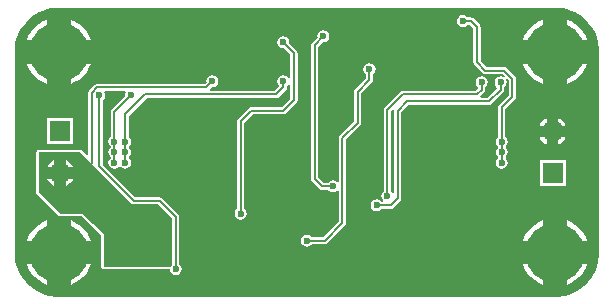
<source format=gbl>
G04*
G04 #@! TF.GenerationSoftware,Altium Limited,Altium Designer,19.1.6 (110)*
G04*
G04 Layer_Physical_Order=2*
G04 Layer_Color=16711680*
%FSLAX43Y43*%
%MOMM*%
G71*
G01*
G75*
%ADD11C,0.200*%
%ADD52C,1.800*%
%ADD53R,1.800X1.800*%
%ADD54C,5.000*%
%ADD55C,0.600*%
G36*
X46732Y24681D02*
X47206Y24554D01*
X47660Y24366D01*
X48085Y24121D01*
X48475Y23822D01*
X48822Y23475D01*
X49121Y23085D01*
X49366Y22660D01*
X49554Y22206D01*
X49681Y21732D01*
X49745Y21245D01*
Y21000D01*
Y4000D01*
Y3755D01*
X49681Y3268D01*
X49554Y2794D01*
X49366Y2340D01*
X49121Y1915D01*
X48822Y1525D01*
X48475Y1178D01*
X48085Y879D01*
X47660Y634D01*
X47206Y446D01*
X46732Y319D01*
X46245Y255D01*
X3755D01*
X3268Y319D01*
X2794Y446D01*
X2340Y634D01*
X1915Y879D01*
X1525Y1178D01*
X1178Y1525D01*
X879Y1915D01*
X634Y2340D01*
X446Y2794D01*
X319Y3268D01*
X255Y3755D01*
Y4000D01*
Y21000D01*
Y21245D01*
X319Y21732D01*
X446Y22206D01*
X634Y22660D01*
X879Y23085D01*
X1178Y23475D01*
X1525Y23822D01*
X1915Y24121D01*
X2340Y24366D01*
X2794Y24554D01*
X3268Y24681D01*
X3755Y24745D01*
X46245D01*
X46732Y24681D01*
D02*
G37*
%LPC*%
G36*
X47000Y23725D02*
Y22000D01*
X48725D01*
X48592Y22321D01*
X48353Y22710D01*
X48057Y23057D01*
X47710Y23353D01*
X47321Y23592D01*
X47000Y23725D01*
D02*
G37*
G36*
X45000D02*
X44679Y23592D01*
X44290Y23353D01*
X43943Y23057D01*
X43647Y22710D01*
X43408Y22321D01*
X43275Y22000D01*
X45000D01*
Y23725D01*
D02*
G37*
G36*
X5000D02*
Y22000D01*
X6725D01*
X6592Y22321D01*
X6353Y22710D01*
X6057Y23057D01*
X5710Y23353D01*
X5321Y23592D01*
X5000Y23725D01*
D02*
G37*
G36*
X3000D02*
X2679Y23592D01*
X2290Y23353D01*
X1943Y23057D01*
X1647Y22710D01*
X1408Y22321D01*
X1275Y22000D01*
X3000D01*
Y23725D01*
D02*
G37*
G36*
X26400Y22810D02*
X26205Y22771D01*
X26040Y22660D01*
X25929Y22495D01*
X25890Y22300D01*
X25903Y22236D01*
X25434Y21766D01*
X25367Y21667D01*
X25344Y21550D01*
X25344Y21550D01*
Y10250D01*
X25344Y10250D01*
X25367Y10133D01*
X25434Y10034D01*
X26084Y9384D01*
X26183Y9317D01*
X26300Y9294D01*
X26300Y9294D01*
X26803D01*
X26840Y9240D01*
X27005Y9129D01*
X27200Y9090D01*
X27395Y9129D01*
X27560Y9240D01*
X27567Y9249D01*
X27694Y9211D01*
Y6627D01*
X26373Y5306D01*
X25397D01*
X25360Y5360D01*
X25195Y5471D01*
X25000Y5510D01*
X24805Y5471D01*
X24640Y5360D01*
X24529Y5195D01*
X24490Y5000D01*
X24529Y4805D01*
X24640Y4640D01*
X24805Y4529D01*
X25000Y4490D01*
X25195Y4529D01*
X25360Y4640D01*
X25397Y4694D01*
X26500D01*
X26500Y4694D01*
X26617Y4717D01*
X26716Y4784D01*
X28216Y6284D01*
X28216Y6284D01*
X28283Y6383D01*
X28306Y6500D01*
Y13573D01*
X29516Y14784D01*
X29583Y14883D01*
X29606Y15000D01*
Y17473D01*
X30516Y18384D01*
X30516Y18384D01*
X30583Y18483D01*
X30606Y18600D01*
Y19103D01*
X30660Y19140D01*
X30771Y19305D01*
X30810Y19500D01*
X30771Y19695D01*
X30660Y19860D01*
X30495Y19971D01*
X30300Y20010D01*
X30105Y19971D01*
X29940Y19860D01*
X29829Y19695D01*
X29790Y19500D01*
X29829Y19305D01*
X29940Y19140D01*
X29994Y19103D01*
Y18727D01*
X29084Y17816D01*
X29017Y17717D01*
X28994Y17600D01*
X28994Y17600D01*
Y15127D01*
X27784Y13916D01*
X27717Y13817D01*
X27694Y13700D01*
X27694Y13700D01*
Y9989D01*
X27567Y9951D01*
X27560Y9960D01*
X27395Y10071D01*
X27200Y10110D01*
X27005Y10071D01*
X26840Y9960D01*
X26803Y9906D01*
X26427D01*
X25956Y10377D01*
Y21423D01*
X26336Y21803D01*
X26400Y21790D01*
X26595Y21829D01*
X26760Y21940D01*
X26871Y22105D01*
X26910Y22300D01*
X26871Y22495D01*
X26760Y22660D01*
X26595Y22771D01*
X26400Y22810D01*
D02*
G37*
G36*
X38200Y24110D02*
X38005Y24071D01*
X37840Y23960D01*
X37729Y23795D01*
X37690Y23600D01*
X37729Y23405D01*
X37840Y23240D01*
X38005Y23129D01*
X38200Y23090D01*
X38395Y23129D01*
X38560Y23240D01*
X38597Y23294D01*
X38773D01*
X39094Y22973D01*
Y20100D01*
X39094Y20100D01*
X39117Y19983D01*
X39184Y19884D01*
X39884Y19184D01*
X39884Y19184D01*
X39983Y19117D01*
X40100Y19094D01*
X40100Y19094D01*
X41573D01*
X41742Y18926D01*
X41661Y18827D01*
X41595Y18871D01*
X41400Y18910D01*
X41205Y18871D01*
X41040Y18760D01*
X40929Y18595D01*
X40890Y18400D01*
X40929Y18205D01*
X41040Y18040D01*
X41047Y18034D01*
X41058Y17891D01*
X40273Y17106D01*
X39718D01*
X39665Y17233D01*
X40016Y17584D01*
X40016Y17584D01*
X40083Y17683D01*
X40106Y17800D01*
Y18003D01*
X40160Y18040D01*
X40271Y18205D01*
X40310Y18400D01*
X40271Y18595D01*
X40160Y18760D01*
X39995Y18871D01*
X39800Y18910D01*
X39605Y18871D01*
X39440Y18760D01*
X39329Y18595D01*
X39290Y18400D01*
X39329Y18205D01*
X39440Y18040D01*
X39447Y18034D01*
X39458Y17891D01*
X39273Y17706D01*
X33100D01*
X32983Y17683D01*
X32884Y17616D01*
X31584Y16316D01*
X31517Y16217D01*
X31494Y16100D01*
X31494Y16100D01*
Y9197D01*
X31440Y9160D01*
X31329Y8995D01*
X31290Y8800D01*
X31329Y8605D01*
X31440Y8440D01*
X31449Y8433D01*
X31414Y8317D01*
X31292Y8313D01*
X31260Y8360D01*
X31095Y8471D01*
X30900Y8510D01*
X30705Y8471D01*
X30540Y8360D01*
X30429Y8195D01*
X30390Y8000D01*
X30429Y7805D01*
X30540Y7640D01*
X30705Y7529D01*
X30900Y7490D01*
X31095Y7529D01*
X31260Y7640D01*
X31297Y7694D01*
X32100D01*
X32100Y7694D01*
X32217Y7717D01*
X32316Y7784D01*
X32916Y8384D01*
X32983Y8483D01*
X33006Y8600D01*
X33006Y8600D01*
Y15873D01*
X33627Y16494D01*
X40400D01*
X40400Y16494D01*
X40517Y16517D01*
X40616Y16584D01*
X41616Y17584D01*
X41616Y17584D01*
X41683Y17683D01*
X41706Y17800D01*
Y18003D01*
X41760Y18040D01*
X41871Y18205D01*
X41910Y18400D01*
X41871Y18595D01*
X41827Y18661D01*
X41926Y18742D01*
X42094Y18573D01*
Y17327D01*
X41284Y16516D01*
X41217Y16417D01*
X41194Y16300D01*
X41194Y16300D01*
Y13797D01*
X41140Y13760D01*
X41029Y13595D01*
X40990Y13400D01*
X41029Y13205D01*
X41140Y13040D01*
X41178Y13013D01*
Y12887D01*
X41140Y12860D01*
X41029Y12695D01*
X40990Y12500D01*
X41029Y12305D01*
X41140Y12140D01*
X41178Y12113D01*
Y11987D01*
X41140Y11960D01*
X41029Y11795D01*
X40990Y11600D01*
X41029Y11405D01*
X41140Y11240D01*
X41305Y11129D01*
X41500Y11090D01*
X41695Y11129D01*
X41860Y11240D01*
X41971Y11405D01*
X42010Y11600D01*
X41971Y11795D01*
X41860Y11960D01*
X41822Y11987D01*
Y12113D01*
X41860Y12140D01*
X41971Y12305D01*
X42010Y12500D01*
X41971Y12695D01*
X41860Y12860D01*
X41822Y12887D01*
Y13013D01*
X41860Y13040D01*
X41971Y13205D01*
X42010Y13400D01*
X41971Y13595D01*
X41860Y13760D01*
X41806Y13797D01*
Y16173D01*
X42616Y16984D01*
X42616Y16984D01*
X42683Y17083D01*
X42706Y17200D01*
Y18700D01*
X42683Y18817D01*
X42616Y18916D01*
X41916Y19616D01*
X41817Y19683D01*
X41700Y19706D01*
X41700Y19706D01*
X40227D01*
X39706Y20227D01*
Y23100D01*
X39683Y23217D01*
X39616Y23316D01*
X39616Y23316D01*
X39116Y23816D01*
X39017Y23883D01*
X38900Y23906D01*
X38900Y23906D01*
X38597D01*
X38560Y23960D01*
X38395Y24071D01*
X38200Y24110D01*
D02*
G37*
G36*
X23000Y22310D02*
X22805Y22271D01*
X22640Y22160D01*
X22529Y21995D01*
X22490Y21800D01*
X22529Y21605D01*
X22640Y21440D01*
X22805Y21329D01*
X23000Y21290D01*
X23064Y21303D01*
X23594Y20773D01*
Y18742D01*
X23477Y18699D01*
X23467Y18701D01*
X23360Y18860D01*
X23195Y18971D01*
X23000Y19010D01*
X22805Y18971D01*
X22640Y18860D01*
X22529Y18695D01*
X22490Y18500D01*
X22529Y18305D01*
X22640Y18140D01*
X22646Y18078D01*
X22273Y17706D01*
X16818D01*
X16765Y17833D01*
X16936Y18003D01*
X17000Y17990D01*
X17195Y18029D01*
X17360Y18140D01*
X17471Y18305D01*
X17510Y18500D01*
X17471Y18695D01*
X17360Y18860D01*
X17195Y18971D01*
X17000Y19010D01*
X16805Y18971D01*
X16640Y18860D01*
X16529Y18695D01*
X16490Y18500D01*
X16503Y18436D01*
X16373Y18306D01*
X7251D01*
X7251Y18306D01*
X7134Y18283D01*
X7035Y18216D01*
X7035Y18216D01*
X6584Y17765D01*
X6517Y17666D01*
X6494Y17549D01*
X6494Y17549D01*
Y12260D01*
X6377Y12212D01*
X5944Y12644D01*
X5944Y12644D01*
X5878Y12688D01*
X5800Y12704D01*
X2300D01*
X2222Y12688D01*
X2156Y12644D01*
X2112Y12578D01*
X2096Y12500D01*
X2096Y9000D01*
X2097Y8996D01*
X2096Y8992D01*
X2105Y8957D01*
X2112Y8922D01*
X2114Y8918D01*
X2115Y8914D01*
X2136Y8885D01*
X2156Y8856D01*
X2159Y8853D01*
X2162Y8850D01*
X4043Y7120D01*
X4074Y7100D01*
X4105Y7080D01*
X4108Y7080D01*
X4111Y7078D01*
X4147Y7073D01*
X4183Y7066D01*
X5845Y7085D01*
X7596Y5509D01*
X7596Y2800D01*
X7612Y2722D01*
X7656Y2656D01*
X7722Y2612D01*
X7800Y2596D01*
X13391D01*
X13429Y2405D01*
X13540Y2240D01*
X13705Y2129D01*
X13900Y2090D01*
X14095Y2129D01*
X14260Y2240D01*
X14371Y2405D01*
X14410Y2600D01*
X14371Y2795D01*
X14260Y2960D01*
X14206Y2997D01*
Y7025D01*
X14206Y7025D01*
X14183Y7142D01*
X14116Y7241D01*
X12766Y8591D01*
X12667Y8658D01*
X12550Y8681D01*
X12550Y8681D01*
X10452D01*
X7706Y11427D01*
Y16903D01*
X7760Y16940D01*
X7871Y17105D01*
X7910Y17300D01*
X7871Y17495D01*
X7823Y17567D01*
X7891Y17694D01*
X9609D01*
X9677Y17567D01*
X9629Y17495D01*
X9590Y17300D01*
X9603Y17236D01*
X8484Y16116D01*
X8417Y16017D01*
X8394Y15900D01*
X8394Y15900D01*
Y13797D01*
X8340Y13760D01*
X8229Y13595D01*
X8190Y13400D01*
X8229Y13205D01*
X8340Y13040D01*
X8378Y13013D01*
Y12887D01*
X8340Y12860D01*
X8229Y12695D01*
X8190Y12500D01*
X8229Y12305D01*
X8340Y12140D01*
X8378Y12113D01*
Y11987D01*
X8340Y11960D01*
X8229Y11795D01*
X8190Y11600D01*
X8229Y11405D01*
X8340Y11240D01*
X8505Y11129D01*
X8700Y11090D01*
X8895Y11129D01*
X9060Y11240D01*
X9087Y11278D01*
X9214D01*
X9240Y11240D01*
X9405Y11129D01*
X9600Y11090D01*
X9795Y11129D01*
X9960Y11240D01*
X10071Y11405D01*
X10110Y11600D01*
X10071Y11795D01*
X9960Y11960D01*
X9922Y11987D01*
Y12113D01*
X9960Y12140D01*
X10071Y12305D01*
X10110Y12500D01*
X10071Y12695D01*
X9960Y12860D01*
X9922Y12887D01*
Y13013D01*
X9960Y13040D01*
X10071Y13205D01*
X10110Y13400D01*
X10071Y13595D01*
X9960Y13760D01*
X9906Y13797D01*
Y15573D01*
X11427Y17094D01*
X22400D01*
X22400Y17094D01*
X22517Y17117D01*
X22616Y17184D01*
X23216Y17784D01*
X23216Y17784D01*
X23283Y17883D01*
X23306Y18000D01*
X23306Y18000D01*
Y18103D01*
X23360Y18140D01*
X23467Y18299D01*
X23477Y18301D01*
X23594Y18258D01*
Y17027D01*
X22873Y16306D01*
X20300D01*
X20300Y16306D01*
X20183Y16283D01*
X20084Y16216D01*
X20084Y16216D01*
X19184Y15316D01*
X19117Y15217D01*
X19094Y15100D01*
X19094Y15100D01*
Y7697D01*
X19040Y7660D01*
X18929Y7495D01*
X18890Y7300D01*
X18929Y7105D01*
X19040Y6940D01*
X19205Y6829D01*
X19400Y6790D01*
X19595Y6829D01*
X19760Y6940D01*
X19871Y7105D01*
X19910Y7300D01*
X19871Y7495D01*
X19760Y7660D01*
X19706Y7697D01*
Y14973D01*
X20427Y15694D01*
X23000D01*
X23000Y15694D01*
X23117Y15717D01*
X23216Y15784D01*
X24116Y16684D01*
X24116Y16684D01*
X24183Y16783D01*
X24206Y16900D01*
X24206Y16900D01*
Y20900D01*
X24206Y20900D01*
X24183Y21017D01*
X24116Y21116D01*
X24116Y21116D01*
X23497Y21736D01*
X23510Y21800D01*
X23471Y21995D01*
X23360Y22160D01*
X23195Y22271D01*
X23000Y22310D01*
D02*
G37*
G36*
X48725Y20000D02*
X47000D01*
Y18275D01*
X47321Y18408D01*
X47710Y18647D01*
X48057Y18943D01*
X48353Y19290D01*
X48592Y19679D01*
X48725Y20000D01*
D02*
G37*
G36*
X45000D02*
X43275D01*
X43408Y19679D01*
X43647Y19290D01*
X43943Y18943D01*
X44290Y18647D01*
X44679Y18408D01*
X45000Y18275D01*
Y20000D01*
D02*
G37*
G36*
X6725D02*
X5000D01*
Y18275D01*
X5321Y18408D01*
X5710Y18647D01*
X6057Y18943D01*
X6353Y19290D01*
X6592Y19679D01*
X6725Y20000D01*
D02*
G37*
G36*
X3000D02*
X1275D01*
X1408Y19679D01*
X1647Y19290D01*
X1943Y18943D01*
X2290Y18647D01*
X2679Y18408D01*
X3000Y18275D01*
Y20000D01*
D02*
G37*
G36*
X46300Y15342D02*
Y14750D01*
X46892D01*
X46848Y14855D01*
X46656Y15106D01*
X46405Y15298D01*
X46300Y15342D01*
D02*
G37*
G36*
X45300D02*
X45195Y15298D01*
X44944Y15106D01*
X44752Y14855D01*
X44708Y14750D01*
X45300D01*
Y15342D01*
D02*
G37*
G36*
X46892Y13750D02*
X46300D01*
Y13158D01*
X46405Y13202D01*
X46656Y13394D01*
X46848Y13645D01*
X46892Y13750D01*
D02*
G37*
G36*
X45300D02*
X44708D01*
X44752Y13645D01*
X44944Y13394D01*
X45195Y13202D01*
X45300Y13158D01*
Y13750D01*
D02*
G37*
G36*
X5225Y15350D02*
X3025D01*
Y13150D01*
X5225D01*
Y15350D01*
D02*
G37*
G36*
X46900Y11850D02*
X44700D01*
Y9650D01*
X46900D01*
Y11850D01*
D02*
G37*
G36*
X47000Y6725D02*
Y5000D01*
X48725D01*
X48592Y5321D01*
X48353Y5710D01*
X48057Y6057D01*
X47710Y6353D01*
X47321Y6592D01*
X47000Y6725D01*
D02*
G37*
G36*
X45000D02*
X44679Y6592D01*
X44290Y6353D01*
X43943Y6057D01*
X43647Y5710D01*
X43408Y5321D01*
X43275Y5000D01*
X45000D01*
Y6725D01*
D02*
G37*
G36*
X5000D02*
Y5000D01*
X6725D01*
X6592Y5321D01*
X6353Y5710D01*
X6057Y6057D01*
X5710Y6353D01*
X5321Y6592D01*
X5000Y6725D01*
D02*
G37*
G36*
X3000D02*
X2679Y6592D01*
X2290Y6353D01*
X1943Y6057D01*
X1647Y5710D01*
X1408Y5321D01*
X1275Y5000D01*
X3000D01*
Y6725D01*
D02*
G37*
G36*
X48725Y3000D02*
X47000D01*
Y1275D01*
X47321Y1408D01*
X47710Y1647D01*
X48057Y1943D01*
X48353Y2290D01*
X48592Y2679D01*
X48725Y3000D01*
D02*
G37*
G36*
X45000D02*
X43275D01*
X43408Y2679D01*
X43647Y2290D01*
X43943Y1943D01*
X44290Y1647D01*
X44679Y1408D01*
X45000Y1275D01*
Y3000D01*
D02*
G37*
G36*
X6725D02*
X5000D01*
Y1275D01*
X5321Y1408D01*
X5710Y1647D01*
X6057Y1943D01*
X6353Y2290D01*
X6592Y2679D01*
X6725Y3000D01*
D02*
G37*
G36*
X3000D02*
X1275D01*
X1408Y2679D01*
X1647Y2290D01*
X1943Y1943D01*
X2290Y1647D01*
X2679Y1408D01*
X3000Y1275D01*
Y3000D01*
D02*
G37*
%LPD*%
G36*
X32290Y16126D02*
X32394Y16000D01*
X32394Y16000D01*
Y9042D01*
X32277Y8999D01*
X32267Y9001D01*
X32160Y9160D01*
X32106Y9197D01*
Y15973D01*
X32263Y16130D01*
X32290Y16126D01*
D02*
G37*
G36*
X7000Y11300D02*
X7118Y11182D01*
X7184Y11084D01*
X10109Y8159D01*
X10109Y8159D01*
X10208Y8092D01*
X10325Y8069D01*
X10325Y8069D01*
X12423D01*
X13594Y6898D01*
Y2997D01*
X13540Y2960D01*
X13432Y2800D01*
X7800D01*
X7800Y5600D01*
X5922Y7290D01*
X4181Y7270D01*
X2300Y9000D01*
X2300Y12500D01*
X5800D01*
X7000Y11300D01*
D02*
G37*
%LPC*%
G36*
X4625Y11842D02*
Y11250D01*
X5217D01*
X5173Y11355D01*
X4981Y11606D01*
X4730Y11798D01*
X4625Y11842D01*
D02*
G37*
G36*
X3625D02*
X3520Y11798D01*
X3269Y11606D01*
X3077Y11355D01*
X3033Y11250D01*
X3625D01*
Y11842D01*
D02*
G37*
G36*
X5217Y10250D02*
X4625D01*
Y9658D01*
X4730Y9702D01*
X4981Y9894D01*
X5173Y10145D01*
X5217Y10250D01*
D02*
G37*
G36*
X3625D02*
X3033D01*
X3077Y10145D01*
X3269Y9894D01*
X3520Y9702D01*
X3625Y9658D01*
Y10250D01*
D02*
G37*
%LPD*%
D11*
X42400Y17200D02*
Y18700D01*
X41500Y16300D02*
X42400Y17200D01*
X41500Y13400D02*
Y16300D01*
X41700Y19400D02*
X42400Y18700D01*
X40100Y19400D02*
X41700D01*
X39400Y20100D02*
X40100Y19400D01*
X39400Y20100D02*
Y23100D01*
X38900Y23600D02*
X39400Y23100D01*
X38200Y23600D02*
X38900D01*
X39400Y17400D02*
X39800Y17800D01*
X33100Y17400D02*
X39400D01*
X31800Y16100D02*
X33100Y17400D01*
X32700Y16000D02*
X33500Y16800D01*
X32700Y8600D02*
Y16000D01*
X40400Y16800D02*
X41400Y17800D01*
X33500Y16800D02*
X40400D01*
X32100Y8000D02*
X32700Y8600D01*
X30900Y8000D02*
X32100D01*
X31800Y8800D02*
Y16100D01*
X39800Y17800D02*
Y18400D01*
X41400Y17800D02*
Y18400D01*
X41500Y11600D02*
Y12500D01*
Y13400D01*
X26300Y9600D02*
X27200D01*
X25650Y10250D02*
X26300Y9600D01*
X25650Y10250D02*
Y21550D01*
X26400Y22300D01*
X7251Y18000D02*
X16500D01*
X6800Y17549D02*
X7251Y18000D01*
X6800Y11600D02*
Y17549D01*
X9600Y15700D02*
X11300Y17400D01*
X9600Y13400D02*
Y15700D01*
X11300Y17400D02*
X22400D01*
X8700Y12500D02*
Y13400D01*
Y15900D01*
X10100Y17300D01*
X7400Y11300D02*
X10325Y8375D01*
X7400Y11300D02*
Y17300D01*
X22400Y17400D02*
X23000Y18000D01*
X16500D02*
X17000Y18500D01*
X4125Y10750D02*
X5950D01*
X6800Y11600D01*
X9600Y12500D02*
Y13400D01*
Y11600D02*
Y12500D01*
X8700Y11600D02*
Y12500D01*
X10325Y8375D02*
X12550D01*
X13900Y2600D02*
Y7025D01*
X12550Y8375D02*
X13900Y7025D01*
X23000Y18000D02*
Y18500D01*
X19400Y7300D02*
Y15100D01*
X20300Y16000D01*
X23000D01*
X23900Y16900D01*
Y20900D01*
X23000Y21800D02*
X23900Y20900D01*
X26500Y5000D02*
X28000Y6500D01*
X25000Y5000D02*
X26500D01*
X28000Y6500D02*
Y13700D01*
X29300Y15000D01*
Y17600D01*
X30300Y18600D01*
Y19500D01*
D52*
X4125Y10750D02*
D03*
X45800Y14250D02*
D03*
D53*
X4125D02*
D03*
X45800Y10750D02*
D03*
D54*
X4000Y4000D02*
D03*
X46000D02*
D03*
Y21000D02*
D03*
X4000D02*
D03*
D55*
X39000Y19200D02*
D03*
X38900Y15200D02*
D03*
X33900Y9800D02*
D03*
X34300Y9000D02*
D03*
X31800Y8800D02*
D03*
X38500Y16000D02*
D03*
X30900Y8000D02*
D03*
X36400Y9000D02*
D03*
X38400Y9000D02*
D03*
X38900Y9800D02*
D03*
X38200Y23600D02*
D03*
X41500Y12500D02*
D03*
Y13400D02*
D03*
Y11600D02*
D03*
X26600Y15000D02*
D03*
X31500Y19200D02*
D03*
X30900Y16800D02*
D03*
X37000Y18300D02*
D03*
X15900Y15300D02*
D03*
X48750Y15000D02*
D03*
Y10000D02*
D03*
X43750Y15000D02*
D03*
X42500Y7500D02*
D03*
Y2500D02*
D03*
X41250Y5000D02*
D03*
X38750D02*
D03*
X35000Y2500D02*
D03*
X30000D02*
D03*
X27500Y17500D02*
D03*
Y2500D02*
D03*
X25000Y17500D02*
D03*
Y7500D02*
D03*
Y2500D02*
D03*
X22500Y7500D02*
D03*
Y2500D02*
D03*
X21250Y15000D02*
D03*
Y10000D02*
D03*
X20000Y2500D02*
D03*
X18750Y15000D02*
D03*
Y10000D02*
D03*
X15000Y2500D02*
D03*
X13750Y20000D02*
D03*
X7500Y22500D02*
D03*
X27200Y9600D02*
D03*
X26400Y22300D02*
D03*
X8700Y13400D02*
D03*
X10100Y17300D02*
D03*
X7400Y17300D02*
D03*
X17000Y18500D02*
D03*
X13900Y2600D02*
D03*
X8700Y12500D02*
D03*
X9600Y11600D02*
D03*
Y13400D02*
D03*
Y12500D02*
D03*
X8700Y11600D02*
D03*
X10600Y4775D02*
D03*
X9700Y3875D02*
D03*
X10600D02*
D03*
X9700Y5675D02*
D03*
X10600D02*
D03*
X12400D02*
D03*
Y6575D02*
D03*
X11500Y5675D02*
D03*
Y6575D02*
D03*
X8800Y3875D02*
D03*
X12400Y4775D02*
D03*
X8800Y6575D02*
D03*
X10600D02*
D03*
X9700D02*
D03*
Y4775D02*
D03*
X8800Y5675D02*
D03*
Y4775D02*
D03*
X12400Y3875D02*
D03*
X11500Y4775D02*
D03*
Y3875D02*
D03*
X34300Y16000D02*
D03*
X36400D02*
D03*
X11000Y15300D02*
D03*
X11400Y16000D02*
D03*
X15500D02*
D03*
X13500D02*
D03*
X11000Y9800D02*
D03*
X16000D02*
D03*
X11400Y9000D02*
D03*
X15600D02*
D03*
X13500D02*
D03*
X19400Y7300D02*
D03*
X23000Y18500D02*
D03*
Y21800D02*
D03*
X25000Y5000D02*
D03*
X39800Y18400D02*
D03*
X41400D02*
D03*
X29000Y13000D02*
D03*
Y12000D02*
D03*
X30000Y13000D02*
D03*
Y12000D02*
D03*
X30300Y19500D02*
D03*
M02*

</source>
